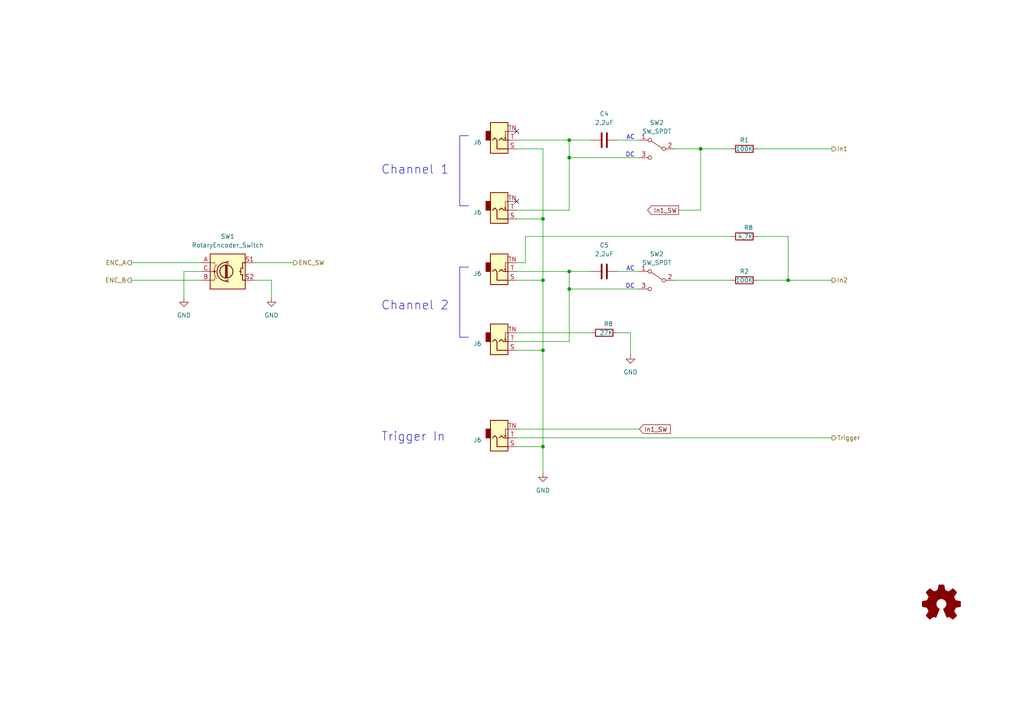
<source format=kicad_sch>
(kicad_sch (version 20230121) (generator eeschema)

  (uuid fbe4afc5-6c7e-49ce-9573-829493b2469a)

  (paper "A4")

  (title_block
    (title "LesScope")
    (date "2025-03-20")
    (rev "1.1")
    (company "ImoogDi")
    (comment 1 "CC BY-NC-SA")
  )

  (lib_symbols
    (symbol "Device:C" (pin_numbers hide) (pin_names (offset 0.254)) (in_bom yes) (on_board yes)
      (property "Reference" "C" (at 0.635 2.54 0)
        (effects (font (size 1.27 1.27)) (justify left))
      )
      (property "Value" "C" (at 0.635 -2.54 0)
        (effects (font (size 1.27 1.27)) (justify left))
      )
      (property "Footprint" "" (at 0.9652 -3.81 0)
        (effects (font (size 1.27 1.27)) hide)
      )
      (property "Datasheet" "~" (at 0 0 0)
        (effects (font (size 1.27 1.27)) hide)
      )
      (property "ki_keywords" "cap capacitor" (at 0 0 0)
        (effects (font (size 1.27 1.27)) hide)
      )
      (property "ki_description" "Unpolarized capacitor" (at 0 0 0)
        (effects (font (size 1.27 1.27)) hide)
      )
      (property "ki_fp_filters" "C_*" (at 0 0 0)
        (effects (font (size 1.27 1.27)) hide)
      )
      (symbol "C_0_1"
        (polyline
          (pts
            (xy -2.032 -0.762)
            (xy 2.032 -0.762)
          )
          (stroke (width 0.508) (type default))
          (fill (type none))
        )
        (polyline
          (pts
            (xy -2.032 0.762)
            (xy 2.032 0.762)
          )
          (stroke (width 0.508) (type default))
          (fill (type none))
        )
      )
      (symbol "C_1_1"
        (pin passive line (at 0 3.81 270) (length 2.794)
          (name "~" (effects (font (size 1.27 1.27))))
          (number "1" (effects (font (size 1.27 1.27))))
        )
        (pin passive line (at 0 -3.81 90) (length 2.794)
          (name "~" (effects (font (size 1.27 1.27))))
          (number "2" (effects (font (size 1.27 1.27))))
        )
      )
    )
    (symbol "Device:R" (pin_numbers hide) (pin_names (offset 0)) (in_bom yes) (on_board yes)
      (property "Reference" "R" (at 2.032 0 90)
        (effects (font (size 1.27 1.27)))
      )
      (property "Value" "R" (at 0 0 90)
        (effects (font (size 1.27 1.27)))
      )
      (property "Footprint" "" (at -1.778 0 90)
        (effects (font (size 1.27 1.27)) hide)
      )
      (property "Datasheet" "~" (at 0 0 0)
        (effects (font (size 1.27 1.27)) hide)
      )
      (property "ki_keywords" "R res resistor" (at 0 0 0)
        (effects (font (size 1.27 1.27)) hide)
      )
      (property "ki_description" "Resistor" (at 0 0 0)
        (effects (font (size 1.27 1.27)) hide)
      )
      (property "ki_fp_filters" "R_*" (at 0 0 0)
        (effects (font (size 1.27 1.27)) hide)
      )
      (symbol "R_0_1"
        (rectangle (start -1.016 -2.54) (end 1.016 2.54)
          (stroke (width 0.254) (type default))
          (fill (type none))
        )
      )
      (symbol "R_1_1"
        (pin passive line (at 0 3.81 270) (length 1.27)
          (name "~" (effects (font (size 1.27 1.27))))
          (number "1" (effects (font (size 1.27 1.27))))
        )
        (pin passive line (at 0 -3.81 90) (length 1.27)
          (name "~" (effects (font (size 1.27 1.27))))
          (number "2" (effects (font (size 1.27 1.27))))
        )
      )
    )
    (symbol "Device:RotaryEncoder_Switch" (pin_names (offset 0.254) hide) (in_bom yes) (on_board yes)
      (property "Reference" "SW" (at 0 6.604 0)
        (effects (font (size 1.27 1.27)))
      )
      (property "Value" "RotaryEncoder_Switch" (at 0 -6.604 0)
        (effects (font (size 1.27 1.27)))
      )
      (property "Footprint" "" (at -3.81 4.064 0)
        (effects (font (size 1.27 1.27)) hide)
      )
      (property "Datasheet" "~" (at 0 6.604 0)
        (effects (font (size 1.27 1.27)) hide)
      )
      (property "ki_keywords" "rotary switch encoder switch push button" (at 0 0 0)
        (effects (font (size 1.27 1.27)) hide)
      )
      (property "ki_description" "Rotary encoder, dual channel, incremental quadrate outputs, with switch" (at 0 0 0)
        (effects (font (size 1.27 1.27)) hide)
      )
      (property "ki_fp_filters" "RotaryEncoder*Switch*" (at 0 0 0)
        (effects (font (size 1.27 1.27)) hide)
      )
      (symbol "RotaryEncoder_Switch_0_1"
        (rectangle (start -5.08 5.08) (end 5.08 -5.08)
          (stroke (width 0.254) (type default))
          (fill (type background))
        )
        (circle (center -3.81 0) (radius 0.254)
          (stroke (width 0) (type default))
          (fill (type outline))
        )
        (circle (center -0.381 0) (radius 1.905)
          (stroke (width 0.254) (type default))
          (fill (type none))
        )
        (arc (start -0.381 2.667) (mid -3.0988 -0.0635) (end -0.381 -2.794)
          (stroke (width 0.254) (type default))
          (fill (type none))
        )
        (polyline
          (pts
            (xy -0.635 -1.778)
            (xy -0.635 1.778)
          )
          (stroke (width 0.254) (type default))
          (fill (type none))
        )
        (polyline
          (pts
            (xy -0.381 -1.778)
            (xy -0.381 1.778)
          )
          (stroke (width 0.254) (type default))
          (fill (type none))
        )
        (polyline
          (pts
            (xy -0.127 1.778)
            (xy -0.127 -1.778)
          )
          (stroke (width 0.254) (type default))
          (fill (type none))
        )
        (polyline
          (pts
            (xy 3.81 0)
            (xy 3.429 0)
          )
          (stroke (width 0.254) (type default))
          (fill (type none))
        )
        (polyline
          (pts
            (xy 3.81 1.016)
            (xy 3.81 -1.016)
          )
          (stroke (width 0.254) (type default))
          (fill (type none))
        )
        (polyline
          (pts
            (xy -5.08 -2.54)
            (xy -3.81 -2.54)
            (xy -3.81 -2.032)
          )
          (stroke (width 0) (type default))
          (fill (type none))
        )
        (polyline
          (pts
            (xy -5.08 2.54)
            (xy -3.81 2.54)
            (xy -3.81 2.032)
          )
          (stroke (width 0) (type default))
          (fill (type none))
        )
        (polyline
          (pts
            (xy 0.254 -3.048)
            (xy -0.508 -2.794)
            (xy 0.127 -2.413)
          )
          (stroke (width 0.254) (type default))
          (fill (type none))
        )
        (polyline
          (pts
            (xy 0.254 2.921)
            (xy -0.508 2.667)
            (xy 0.127 2.286)
          )
          (stroke (width 0.254) (type default))
          (fill (type none))
        )
        (polyline
          (pts
            (xy 5.08 -2.54)
            (xy 4.318 -2.54)
            (xy 4.318 -1.016)
          )
          (stroke (width 0.254) (type default))
          (fill (type none))
        )
        (polyline
          (pts
            (xy 5.08 2.54)
            (xy 4.318 2.54)
            (xy 4.318 1.016)
          )
          (stroke (width 0.254) (type default))
          (fill (type none))
        )
        (polyline
          (pts
            (xy -5.08 0)
            (xy -3.81 0)
            (xy -3.81 -1.016)
            (xy -3.302 -2.032)
          )
          (stroke (width 0) (type default))
          (fill (type none))
        )
        (polyline
          (pts
            (xy -4.318 0)
            (xy -3.81 0)
            (xy -3.81 1.016)
            (xy -3.302 2.032)
          )
          (stroke (width 0) (type default))
          (fill (type none))
        )
        (circle (center 4.318 -1.016) (radius 0.127)
          (stroke (width 0.254) (type default))
          (fill (type none))
        )
        (circle (center 4.318 1.016) (radius 0.127)
          (stroke (width 0.254) (type default))
          (fill (type none))
        )
      )
      (symbol "RotaryEncoder_Switch_1_1"
        (pin passive line (at -7.62 2.54 0) (length 2.54)
          (name "A" (effects (font (size 1.27 1.27))))
          (number "A" (effects (font (size 1.27 1.27))))
        )
        (pin passive line (at -7.62 -2.54 0) (length 2.54)
          (name "B" (effects (font (size 1.27 1.27))))
          (number "B" (effects (font (size 1.27 1.27))))
        )
        (pin passive line (at -7.62 0 0) (length 2.54)
          (name "C" (effects (font (size 1.27 1.27))))
          (number "C" (effects (font (size 1.27 1.27))))
        )
        (pin passive line (at 7.62 2.54 180) (length 2.54)
          (name "S1" (effects (font (size 1.27 1.27))))
          (number "S1" (effects (font (size 1.27 1.27))))
        )
        (pin passive line (at 7.62 -2.54 180) (length 2.54)
          (name "S2" (effects (font (size 1.27 1.27))))
          (number "S2" (effects (font (size 1.27 1.27))))
        )
      )
    )
    (symbol "Graphic:Logo_Open_Hardware_Small" (in_bom no) (on_board no)
      (property "Reference" "#SYM" (at 0 6.985 0)
        (effects (font (size 1.27 1.27)) hide)
      )
      (property "Value" "Logo_Open_Hardware_Small" (at 0 -5.715 0)
        (effects (font (size 1.27 1.27)) hide)
      )
      (property "Footprint" "" (at 0 0 0)
        (effects (font (size 1.27 1.27)) hide)
      )
      (property "Datasheet" "~" (at 0 0 0)
        (effects (font (size 1.27 1.27)) hide)
      )
      (property "Sim.Enable" "0" (at 0 0 0)
        (effects (font (size 1.27 1.27)) hide)
      )
      (property "ki_keywords" "Logo" (at 0 0 0)
        (effects (font (size 1.27 1.27)) hide)
      )
      (property "ki_description" "Open Hardware logo, small" (at 0 0 0)
        (effects (font (size 1.27 1.27)) hide)
      )
      (symbol "Logo_Open_Hardware_Small_0_1"
        (polyline
          (pts
            (xy 3.3528 -4.3434)
            (xy 3.302 -4.318)
            (xy 3.175 -4.2418)
            (xy 2.9972 -4.1148)
            (xy 2.7686 -3.9624)
            (xy 2.54 -3.81)
            (xy 2.3622 -3.7084)
            (xy 2.2352 -3.6068)
            (xy 2.1844 -3.5814)
            (xy 2.159 -3.6068)
            (xy 2.0574 -3.6576)
            (xy 1.905 -3.7338)
            (xy 1.8034 -3.7846)
            (xy 1.6764 -3.8354)
            (xy 1.6002 -3.8354)
            (xy 1.6002 -3.8354)
            (xy 1.5494 -3.7338)
            (xy 1.4732 -3.5306)
            (xy 1.3462 -3.302)
            (xy 1.2446 -3.0226)
            (xy 1.1176 -2.7178)
            (xy 0.9652 -2.413)
            (xy 0.8636 -2.1082)
            (xy 0.7366 -1.8288)
            (xy 0.6604 -1.6256)
            (xy 0.6096 -1.4732)
            (xy 0.5842 -1.397)
            (xy 0.5842 -1.397)
            (xy 0.6604 -1.3208)
            (xy 0.7874 -1.2446)
            (xy 1.0414 -1.016)
            (xy 1.2954 -0.6858)
            (xy 1.4478 -0.3302)
            (xy 1.524 0.0762)
            (xy 1.4732 0.4572)
            (xy 1.3208 0.8128)
            (xy 1.0668 1.143)
            (xy 0.762 1.3716)
            (xy 0.4064 1.524)
            (xy 0 1.5748)
            (xy -0.381 1.5494)
            (xy -0.7366 1.397)
            (xy -1.0668 1.143)
            (xy -1.2192 0.9906)
            (xy -1.397 0.6604)
            (xy -1.524 0.3048)
            (xy -1.524 0.2286)
            (xy -1.4986 -0.1778)
            (xy -1.397 -0.5334)
            (xy -1.1938 -0.8636)
            (xy -0.9144 -1.143)
            (xy -0.8636 -1.1684)
            (xy -0.7366 -1.27)
            (xy -0.635 -1.3462)
            (xy -0.5842 -1.397)
            (xy -1.0668 -2.5908)
            (xy -1.143 -2.794)
            (xy -1.2954 -3.1242)
            (xy -1.397 -3.4036)
            (xy -1.4986 -3.6322)
            (xy -1.5748 -3.7846)
            (xy -1.6002 -3.8354)
            (xy -1.6002 -3.8354)
            (xy -1.651 -3.8354)
            (xy -1.7272 -3.81)
            (xy -1.905 -3.7338)
            (xy -2.0066 -3.683)
            (xy -2.1336 -3.6068)
            (xy -2.2098 -3.5814)
            (xy -2.2606 -3.6068)
            (xy -2.3622 -3.683)
            (xy -2.54 -3.81)
            (xy -2.7686 -3.9624)
            (xy -2.9718 -4.0894)
            (xy -3.1496 -4.2164)
            (xy -3.302 -4.318)
            (xy -3.3528 -4.3434)
            (xy -3.3782 -4.3434)
            (xy -3.429 -4.318)
            (xy -3.5306 -4.2164)
            (xy -3.7084 -4.064)
            (xy -3.937 -3.8354)
            (xy -3.9624 -3.81)
            (xy -4.1656 -3.6068)
            (xy -4.318 -3.4544)
            (xy -4.4196 -3.3274)
            (xy -4.445 -3.2766)
            (xy -4.445 -3.2766)
            (xy -4.4196 -3.2258)
            (xy -4.318 -3.0734)
            (xy -4.2164 -2.8956)
            (xy -4.064 -2.667)
            (xy -3.6576 -2.0828)
            (xy -3.8862 -1.5494)
            (xy -3.937 -1.3716)
            (xy -4.0386 -1.1684)
            (xy -4.0894 -1.0414)
            (xy -4.1148 -0.9652)
            (xy -4.191 -0.9398)
            (xy -4.318 -0.9144)
            (xy -4.5466 -0.8636)
            (xy -4.8006 -0.8128)
            (xy -5.0546 -0.7874)
            (xy -5.2578 -0.7366)
            (xy -5.4356 -0.7112)
            (xy -5.5118 -0.6858)
            (xy -5.5118 -0.6858)
            (xy -5.5372 -0.635)
            (xy -5.5372 -0.5588)
            (xy -5.5372 -0.4318)
            (xy -5.5626 -0.2286)
            (xy -5.5626 0.0762)
            (xy -5.5626 0.127)
            (xy -5.5372 0.4064)
            (xy -5.5372 0.635)
            (xy -5.5372 0.762)
            (xy -5.5372 0.8382)
            (xy -5.5372 0.8382)
            (xy -5.461 0.8382)
            (xy -5.3086 0.889)
            (xy -5.08 0.9144)
            (xy -4.826 0.9652)
            (xy -4.8006 0.9906)
            (xy -4.5466 1.0414)
            (xy -4.318 1.0668)
            (xy -4.1656 1.1176)
            (xy -4.0894 1.143)
            (xy -4.0894 1.143)
            (xy -4.0386 1.2446)
            (xy -3.9624 1.4224)
            (xy -3.8608 1.6256)
            (xy -3.7846 1.8288)
            (xy -3.7084 2.0066)
            (xy -3.6576 2.159)
            (xy -3.6322 2.2098)
            (xy -3.6322 2.2098)
            (xy -3.683 2.286)
            (xy -3.7592 2.413)
            (xy -3.8862 2.5908)
            (xy -4.064 2.8194)
            (xy -4.064 2.8448)
            (xy -4.2164 3.0734)
            (xy -4.3434 3.2512)
            (xy -4.4196 3.3782)
            (xy -4.445 3.4544)
            (xy -4.445 3.4544)
            (xy -4.3942 3.5052)
            (xy -4.2926 3.6322)
            (xy -4.1148 3.81)
            (xy -3.937 4.0132)
            (xy -3.8608 4.064)
            (xy -3.6576 4.2926)
            (xy -3.5052 4.4196)
            (xy -3.4036 4.4958)
            (xy -3.3528 4.5212)
            (xy -3.3528 4.5212)
            (xy -3.302 4.4704)
            (xy -3.1496 4.3688)
            (xy -2.9718 4.2418)
            (xy -2.7432 4.0894)
            (xy -2.7178 4.0894)
            (xy -2.4892 3.937)
            (xy -2.3114 3.81)
            (xy -2.1844 3.7084)
            (xy -2.1336 3.683)
            (xy -2.1082 3.683)
            (xy -2.032 3.7084)
            (xy -1.8542 3.7592)
            (xy -1.6764 3.8354)
            (xy -1.4732 3.937)
            (xy -1.27 4.0132)
            (xy -1.143 4.064)
            (xy -1.0668 4.1148)
            (xy -1.0668 4.1148)
            (xy -1.0414 4.191)
            (xy -1.016 4.3434)
            (xy -0.9652 4.572)
            (xy -0.9144 4.8514)
            (xy -0.889 4.9022)
            (xy -0.8382 5.1562)
            (xy -0.8128 5.3848)
            (xy -0.7874 5.5372)
            (xy -0.762 5.588)
            (xy -0.7112 5.6134)
            (xy -0.5842 5.6134)
            (xy -0.4064 5.6134)
            (xy -0.1524 5.6134)
            (xy 0.0762 5.6134)
            (xy 0.3302 5.6134)
            (xy 0.5334 5.6134)
            (xy 0.6858 5.588)
            (xy 0.7366 5.588)
            (xy 0.7366 5.588)
            (xy 0.762 5.5118)
            (xy 0.8128 5.334)
            (xy 0.8382 5.1054)
            (xy 0.9144 4.826)
            (xy 0.9144 4.7752)
            (xy 0.9652 4.5212)
            (xy 1.016 4.2926)
            (xy 1.0414 4.1402)
            (xy 1.0668 4.0894)
            (xy 1.0668 4.0894)
            (xy 1.1938 4.0386)
            (xy 1.3716 3.9624)
            (xy 1.5748 3.8608)
            (xy 2.0828 3.6576)
            (xy 2.7178 4.0894)
            (xy 2.7686 4.1402)
            (xy 2.9972 4.2926)
            (xy 3.175 4.4196)
            (xy 3.302 4.4958)
            (xy 3.3782 4.5212)
            (xy 3.3782 4.5212)
            (xy 3.429 4.4704)
            (xy 3.556 4.3434)
            (xy 3.7338 4.191)
            (xy 3.9116 3.9878)
            (xy 4.064 3.8354)
            (xy 4.2418 3.6576)
            (xy 4.3434 3.556)
            (xy 4.4196 3.4798)
            (xy 4.4196 3.429)
            (xy 4.4196 3.4036)
            (xy 4.3942 3.3274)
            (xy 4.2926 3.2004)
            (xy 4.1656 2.9972)
            (xy 4.0132 2.794)
            (xy 3.8862 2.5908)
            (xy 3.7592 2.3876)
            (xy 3.6576 2.2352)
            (xy 3.6322 2.159)
            (xy 3.6322 2.1336)
            (xy 3.683 2.0066)
            (xy 3.7592 1.8288)
            (xy 3.8608 1.6002)
            (xy 4.064 1.1176)
            (xy 4.3942 1.0414)
            (xy 4.5974 1.016)
            (xy 4.8768 0.9652)
            (xy 5.1308 0.9144)
            (xy 5.5372 0.8382)
            (xy 5.5626 -0.6604)
            (xy 5.4864 -0.6858)
            (xy 5.4356 -0.6858)
            (xy 5.2832 -0.7366)
            (xy 5.0546 -0.762)
            (xy 4.8006 -0.8128)
            (xy 4.5974 -0.8636)
            (xy 4.3688 -0.9144)
            (xy 4.2164 -0.9398)
            (xy 4.1402 -0.9398)
            (xy 4.1148 -0.9652)
            (xy 4.064 -1.0668)
            (xy 3.9878 -1.2446)
            (xy 3.9116 -1.4478)
            (xy 3.81 -1.651)
            (xy 3.7338 -1.8542)
            (xy 3.683 -2.0066)
            (xy 3.6576 -2.0828)
            (xy 3.683 -2.1336)
            (xy 3.7846 -2.2606)
            (xy 3.8862 -2.4638)
            (xy 4.0386 -2.667)
            (xy 4.191 -2.8956)
            (xy 4.318 -3.0734)
            (xy 4.3942 -3.2004)
            (xy 4.445 -3.2766)
            (xy 4.4196 -3.3274)
            (xy 4.3434 -3.429)
            (xy 4.1656 -3.5814)
            (xy 3.937 -3.8354)
            (xy 3.8862 -3.8608)
            (xy 3.683 -4.064)
            (xy 3.5306 -4.2164)
            (xy 3.4036 -4.318)
            (xy 3.3528 -4.3434)
          )
          (stroke (width 0) (type default))
          (fill (type outline))
        )
      )
    )
    (symbol "Library:AudioJack2_SwitchT" (in_bom yes) (on_board yes)
      (property "Reference" "J" (at 0 8.89 0)
        (effects (font (size 1.27 1.27)))
      )
      (property "Value" "AudioJack2_SwitchT" (at 0 6.35 0)
        (effects (font (size 1.27 1.27)))
      )
      (property "Footprint" "" (at 0 0 0)
        (effects (font (size 1.27 1.27)) hide)
      )
      (property "Datasheet" "~" (at 0 0 0)
        (effects (font (size 1.27 1.27)) hide)
      )
      (property "ki_keywords" "audio jack receptacle mono headphones phone TS connector" (at 0 0 0)
        (effects (font (size 1.27 1.27)) hide)
      )
      (property "ki_description" "Audio Jack, 2 Poles (Mono / TS), Switched T Pole (Normalling)" (at 0 0 0)
        (effects (font (size 1.27 1.27)) hide)
      )
      (property "ki_fp_filters" "Jack*" (at 0 0 0)
        (effects (font (size 1.27 1.27)) hide)
      )
      (symbol "AudioJack2_SwitchT_0_1"
        (rectangle (start -2.54 0) (end -3.81 -2.54)
          (stroke (width 0.254) (type default))
          (fill (type outline))
        )
        (polyline
          (pts
            (xy 1.778 -0.254)
            (xy 2.032 -0.762)
          )
          (stroke (width 0) (type default))
          (fill (type none))
        )
        (polyline
          (pts
            (xy 0 0)
            (xy 0.635 -0.635)
            (xy 1.27 0)
            (xy 2.54 0)
          )
          (stroke (width 0.254) (type default))
          (fill (type none))
        )
        (polyline
          (pts
            (xy 2.54 -2.54)
            (xy 1.778 -2.54)
            (xy 1.778 -0.254)
            (xy 1.524 -0.762)
          )
          (stroke (width 0) (type default))
          (fill (type none))
        )
        (polyline
          (pts
            (xy 2.54 2.54)
            (xy -0.635 2.54)
            (xy -0.635 0)
            (xy -1.27 -0.635)
            (xy -1.905 0)
          )
          (stroke (width 0.254) (type default))
          (fill (type none))
        )
        (rectangle (start 2.54 3.81) (end -2.54 -5.08)
          (stroke (width 0.254) (type default))
          (fill (type background))
        )
      )
      (symbol "AudioJack2_SwitchT_1_1"
        (pin passive line (at 5.08 2.54 180) (length 2.54)
          (name "~" (effects (font (size 1.27 1.27))))
          (number "S" (effects (font (size 1.27 1.27))))
        )
        (pin passive line (at 5.08 0 180) (length 2.54)
          (name "~" (effects (font (size 1.27 1.27))))
          (number "T" (effects (font (size 1.27 1.27))))
        )
        (pin passive line (at 5.08 -2.54 180) (length 2.54)
          (name "~" (effects (font (size 1.27 1.27))))
          (number "TN" (effects (font (size 1.27 1.27))))
        )
      )
    )
    (symbol "Library:SW_SPDT" (pin_names (offset 0) hide) (in_bom yes) (on_board yes)
      (property "Reference" "SW" (at 0 4.318 0)
        (effects (font (size 1.27 1.27)))
      )
      (property "Value" "SW_SPDT" (at 0 -5.08 0)
        (effects (font (size 1.27 1.27)))
      )
      (property "Footprint" "" (at 0 0 0)
        (effects (font (size 1.27 1.27)) hide)
      )
      (property "Datasheet" "~" (at 0 0 0)
        (effects (font (size 1.27 1.27)) hide)
      )
      (property "ki_keywords" "switch single-pole double-throw spdt ON-ON" (at 0 0 0)
        (effects (font (size 1.27 1.27)) hide)
      )
      (property "ki_description" "Switch, single pole double throw" (at 0 0 0)
        (effects (font (size 1.27 1.27)) hide)
      )
      (symbol "SW_SPDT_0_0"
        (circle (center -2.032 0) (radius 0.508)
          (stroke (width 0) (type default))
          (fill (type none))
        )
        (circle (center 2.032 -2.54) (radius 0.508)
          (stroke (width 0) (type default))
          (fill (type none))
        )
      )
      (symbol "SW_SPDT_0_1"
        (polyline
          (pts
            (xy -1.524 0.254)
            (xy 1.651 2.286)
          )
          (stroke (width 0) (type default))
          (fill (type none))
        )
        (circle (center 2.032 2.54) (radius 0.508)
          (stroke (width 0) (type default))
          (fill (type none))
        )
      )
      (symbol "SW_SPDT_1_1"
        (pin passive line (at 5.08 2.54 180) (length 2.54)
          (name "A" (effects (font (size 1.27 1.27))))
          (number "1" (effects (font (size 1.27 1.27))))
        )
        (pin passive line (at -5.08 0 0) (length 2.54)
          (name "B" (effects (font (size 1.27 1.27))))
          (number "2" (effects (font (size 1.27 1.27))))
        )
        (pin passive line (at 5.08 -2.54 180) (length 2.54)
          (name "C" (effects (font (size 1.27 1.27))))
          (number "3" (effects (font (size 1.27 1.27))))
        )
      )
    )
    (symbol "power:GND" (power) (pin_names (offset 0)) (in_bom yes) (on_board yes)
      (property "Reference" "#PWR" (at 0 -6.35 0)
        (effects (font (size 1.27 1.27)) hide)
      )
      (property "Value" "GND" (at 0 -3.81 0)
        (effects (font (size 1.27 1.27)))
      )
      (property "Footprint" "" (at 0 0 0)
        (effects (font (size 1.27 1.27)) hide)
      )
      (property "Datasheet" "" (at 0 0 0)
        (effects (font (size 1.27 1.27)) hide)
      )
      (property "ki_keywords" "global power" (at 0 0 0)
        (effects (font (size 1.27 1.27)) hide)
      )
      (property "ki_description" "Power symbol creates a global label with name \"GND\" , ground" (at 0 0 0)
        (effects (font (size 1.27 1.27)) hide)
      )
      (symbol "GND_0_1"
        (polyline
          (pts
            (xy 0 0)
            (xy 0 -1.27)
            (xy 1.27 -1.27)
            (xy 0 -2.54)
            (xy -1.27 -1.27)
            (xy 0 -1.27)
          )
          (stroke (width 0) (type default))
          (fill (type none))
        )
      )
      (symbol "GND_1_1"
        (pin power_in line (at 0 0 270) (length 0) hide
          (name "GND" (effects (font (size 1.27 1.27))))
          (number "1" (effects (font (size 1.27 1.27))))
        )
      )
    )
  )

  (junction (at 157.48 101.6) (diameter 0) (color 0 0 0 0)
    (uuid 083a684f-52f2-4252-b824-d601bd0dd6f5)
  )
  (junction (at 157.48 81.28) (diameter 0) (color 0 0 0 0)
    (uuid 1529a7e2-fe64-4738-91f3-cde204fec506)
  )
  (junction (at 157.48 129.54) (diameter 0) (color 0 0 0 0)
    (uuid 196e2595-c8ee-4332-9331-72654930da1f)
  )
  (junction (at 165.1 40.64) (diameter 0) (color 0 0 0 0)
    (uuid 20c452bd-45bc-47b7-99c0-6907f6dc8f62)
  )
  (junction (at 157.48 63.5) (diameter 0) (color 0 0 0 0)
    (uuid 80a9b128-1fdf-405d-9881-93ab68efcc37)
  )
  (junction (at 165.1 78.74) (diameter 0) (color 0 0 0 0)
    (uuid 841dd03c-d80f-4e63-9dda-44102c76604b)
  )
  (junction (at 203.2 43.18) (diameter 0) (color 0 0 0 0)
    (uuid c453ffea-fb07-4a9e-b449-13ffb64680d9)
  )
  (junction (at 228.6 81.28) (diameter 0) (color 0 0 0 0)
    (uuid ec9956c6-2381-4a56-818c-5878b2943316)
  )
  (junction (at 165.1 45.72) (diameter 0) (color 0 0 0 0)
    (uuid f439f1aa-e53c-4410-a7c6-b453e99538d4)
  )
  (junction (at 165.1 83.82) (diameter 0) (color 0 0 0 0)
    (uuid fb92dd28-6f5e-4868-9b3d-c154a00a52bd)
  )

  (no_connect (at 149.86 58.42) (uuid 9ee74a4e-d072-44b6-87cf-cf6dc79b618d))
  (no_connect (at 149.86 38.1) (uuid f3ac42b1-1df5-4222-a763-04aecda5fd8e))

  (wire (pts (xy 157.48 43.18) (xy 157.48 63.5))
    (stroke (width 0) (type default))
    (uuid 00e03891-0f5f-42f3-9545-2e9e41ca8393)
  )
  (wire (pts (xy 149.86 63.5) (xy 157.48 63.5))
    (stroke (width 0) (type default))
    (uuid 01a2115c-a973-4510-9f9d-53f1c579a49e)
  )
  (wire (pts (xy 219.71 68.58) (xy 228.6 68.58))
    (stroke (width 0) (type default))
    (uuid 098bd870-aedc-414a-b700-fdf312417f2a)
  )
  (wire (pts (xy 165.1 40.64) (xy 165.1 45.72))
    (stroke (width 0) (type default))
    (uuid 0b5bde8e-d811-487b-9f89-1b50479f0569)
  )
  (wire (pts (xy 203.2 43.18) (xy 203.2 60.96))
    (stroke (width 0) (type default))
    (uuid 0c26aea0-d17e-4ca6-a925-4a7a76026fcb)
  )
  (wire (pts (xy 149.86 99.06) (xy 165.1 99.06))
    (stroke (width 0) (type default))
    (uuid 0dc004bd-c277-40fc-981c-a449d1a27d6c)
  )
  (wire (pts (xy 157.48 81.28) (xy 157.48 101.6))
    (stroke (width 0) (type default))
    (uuid 1575081d-b0e2-4346-ab8d-25195ee46f6e)
  )
  (wire (pts (xy 165.1 83.82) (xy 185.42 83.82))
    (stroke (width 0) (type default))
    (uuid 1acf5bf0-3783-4fa4-9770-ddb5bf3a4254)
  )
  (wire (pts (xy 196.85 60.96) (xy 203.2 60.96))
    (stroke (width 0) (type default))
    (uuid 2dcb3cef-cfcf-4000-bf7a-6767f47fd56b)
  )
  (wire (pts (xy 53.34 78.74) (xy 58.42 78.74))
    (stroke (width 0) (type default))
    (uuid 30c203c7-1da8-4d00-a66e-7f6e2ca849ab)
  )
  (wire (pts (xy 149.86 40.64) (xy 165.1 40.64))
    (stroke (width 0) (type default))
    (uuid 31c24939-75ae-42ae-9f8b-bf20eaf766aa)
  )
  (wire (pts (xy 149.86 127) (xy 241.3 127))
    (stroke (width 0) (type default))
    (uuid 32e19297-7a9e-4af4-91a1-fc2069b77888)
  )
  (wire (pts (xy 179.07 96.52) (xy 182.88 96.52))
    (stroke (width 0) (type default))
    (uuid 40134e11-ab84-438a-81c8-86619c916f78)
  )
  (wire (pts (xy 165.1 45.72) (xy 185.42 45.72))
    (stroke (width 0) (type default))
    (uuid 419154d8-4312-4dcc-8901-299987ca69ca)
  )
  (polyline (pts (xy 133.35 59.69) (xy 135.89 59.69))
    (stroke (width 0) (type default))
    (uuid 4adf63bb-6081-4428-b28c-81e7affda001)
  )

  (wire (pts (xy 73.66 76.2) (xy 85.09 76.2))
    (stroke (width 0) (type default))
    (uuid 4bfe8374-807a-45de-8053-df8b395e52d2)
  )
  (wire (pts (xy 203.2 43.18) (xy 212.09 43.18))
    (stroke (width 0) (type default))
    (uuid 5165efca-d989-4ab9-be37-9a0c7d26f168)
  )
  (wire (pts (xy 157.48 129.54) (xy 157.48 137.16))
    (stroke (width 0) (type default))
    (uuid 567b52c8-54f8-4b34-94ab-aec03307354b)
  )
  (wire (pts (xy 149.86 60.96) (xy 165.1 60.96))
    (stroke (width 0) (type default))
    (uuid 58a5e0ee-f740-422d-9dcf-5df6d9262bf8)
  )
  (wire (pts (xy 152.4 76.2) (xy 152.4 68.58))
    (stroke (width 0) (type default))
    (uuid 622fd656-f46d-4f9e-a63f-c6f6b16a6187)
  )
  (wire (pts (xy 182.88 96.52) (xy 182.88 102.87))
    (stroke (width 0) (type default))
    (uuid 639b58d2-48e9-408f-8360-ae52de45fe65)
  )
  (wire (pts (xy 73.66 81.28) (xy 78.74 81.28))
    (stroke (width 0) (type default))
    (uuid 68e9d982-fbcb-4242-8cc7-435cd31feeee)
  )
  (wire (pts (xy 149.86 43.18) (xy 157.48 43.18))
    (stroke (width 0) (type default))
    (uuid 6dfea6a9-769f-4174-ab4f-b3fcb587a1d0)
  )
  (wire (pts (xy 38.1 81.28) (xy 58.42 81.28))
    (stroke (width 0) (type default))
    (uuid 70692b1c-0fa5-4d3f-8fe6-80d0b33723d7)
  )
  (wire (pts (xy 228.6 68.58) (xy 228.6 81.28))
    (stroke (width 0) (type default))
    (uuid 74a0f069-eaf5-43c9-a5e7-73b582cbadf6)
  )
  (polyline (pts (xy 133.35 77.47) (xy 133.35 97.79))
    (stroke (width 0) (type default))
    (uuid 77eeea3e-0420-4767-ab21-e9bc7fd26663)
  )
  (polyline (pts (xy 135.89 39.37) (xy 133.35 39.37))
    (stroke (width 0) (type default))
    (uuid 7f2d6cab-5b02-4bb8-9e67-6915e1c583e8)
  )

  (wire (pts (xy 195.58 81.28) (xy 212.09 81.28))
    (stroke (width 0) (type default))
    (uuid 817d1ed8-3ef4-443c-a045-b05b2f93b428)
  )
  (wire (pts (xy 195.58 43.18) (xy 203.2 43.18))
    (stroke (width 0) (type default))
    (uuid 82114f7d-db1f-4997-ab50-aec0ae40f4e7)
  )
  (wire (pts (xy 53.34 86.36) (xy 53.34 78.74))
    (stroke (width 0) (type default))
    (uuid 863790b9-d4c3-4d71-850c-259d194fbb57)
  )
  (wire (pts (xy 179.07 40.64) (xy 185.42 40.64))
    (stroke (width 0) (type default))
    (uuid 8c3dcaa0-a6ba-4804-9efc-502ed6023778)
  )
  (wire (pts (xy 149.86 81.28) (xy 157.48 81.28))
    (stroke (width 0) (type default))
    (uuid 8f5c5531-7333-42ed-bf56-86d4348185dd)
  )
  (wire (pts (xy 179.07 78.74) (xy 185.42 78.74))
    (stroke (width 0) (type default))
    (uuid 980abcad-bcd5-45d1-9e39-9fb0bbc52c06)
  )
  (wire (pts (xy 149.86 78.74) (xy 165.1 78.74))
    (stroke (width 0) (type default))
    (uuid 9b927031-ccaf-41bd-8e11-580515edc9e2)
  )
  (wire (pts (xy 152.4 68.58) (xy 212.09 68.58))
    (stroke (width 0) (type default))
    (uuid a7224f97-c54f-44a7-a416-10a95ac56f41)
  )
  (wire (pts (xy 149.86 129.54) (xy 157.48 129.54))
    (stroke (width 0) (type default))
    (uuid ac8d32d2-232c-4a7c-b033-08ccec066e78)
  )
  (wire (pts (xy 219.71 81.28) (xy 228.6 81.28))
    (stroke (width 0) (type default))
    (uuid b1f4104a-7eda-4744-ba66-bbcab1168226)
  )
  (wire (pts (xy 149.86 76.2) (xy 152.4 76.2))
    (stroke (width 0) (type default))
    (uuid bfb78a1b-7c90-40cb-9ed8-e60d91f53b7f)
  )
  (wire (pts (xy 165.1 45.72) (xy 165.1 60.96))
    (stroke (width 0) (type default))
    (uuid c3100b41-190a-4e48-ba91-b5c378fc6528)
  )
  (wire (pts (xy 165.1 78.74) (xy 171.45 78.74))
    (stroke (width 0) (type default))
    (uuid cf61dfbc-bb0f-4eb9-8b6a-dbfe79cb0f28)
  )
  (wire (pts (xy 157.48 63.5) (xy 157.48 81.28))
    (stroke (width 0) (type default))
    (uuid d3dfbec2-78bd-41c1-8fdb-eddcd955db89)
  )
  (wire (pts (xy 165.1 40.64) (xy 171.45 40.64))
    (stroke (width 0) (type default))
    (uuid d3fffd89-9763-4ec4-83f8-24079f674643)
  )
  (wire (pts (xy 165.1 99.06) (xy 165.1 83.82))
    (stroke (width 0) (type default))
    (uuid d5836446-0591-4e2b-9d23-a877d332699f)
  )
  (wire (pts (xy 149.86 124.46) (xy 185.42 124.46))
    (stroke (width 0) (type default))
    (uuid de09a09a-0066-46ab-8eb6-eace577fd202)
  )
  (wire (pts (xy 149.86 96.52) (xy 171.45 96.52))
    (stroke (width 0) (type default))
    (uuid de756304-baea-4735-bd38-b61b409598d0)
  )
  (polyline (pts (xy 135.89 77.47) (xy 133.35 77.47))
    (stroke (width 0) (type default))
    (uuid ded555b2-5aac-4f7a-9551-c02012297b08)
  )

  (wire (pts (xy 157.48 101.6) (xy 157.48 129.54))
    (stroke (width 0) (type default))
    (uuid e1ff54a0-ca12-4a17-b970-e54826700572)
  )
  (wire (pts (xy 78.74 86.36) (xy 78.74 81.28))
    (stroke (width 0) (type default))
    (uuid e4bd2b23-4c78-406c-b2a7-591cdb845818)
  )
  (polyline (pts (xy 133.35 39.37) (xy 133.35 59.69))
    (stroke (width 0) (type default))
    (uuid eebd1e94-1582-4d81-9fac-782746f1edc4)
  )

  (wire (pts (xy 165.1 83.82) (xy 165.1 78.74))
    (stroke (width 0) (type default))
    (uuid ef518b6c-e2ec-49aa-85e6-72dca83b6e3f)
  )
  (wire (pts (xy 38.1 76.2) (xy 58.42 76.2))
    (stroke (width 0) (type default))
    (uuid f4fc4946-e146-4090-9a81-31717acbd4f6)
  )
  (wire (pts (xy 228.6 81.28) (xy 241.3 81.28))
    (stroke (width 0) (type default))
    (uuid f62c6933-5928-45d8-b6df-3c95a06bac0d)
  )
  (wire (pts (xy 149.86 101.6) (xy 157.48 101.6))
    (stroke (width 0) (type default))
    (uuid f7316660-8418-42ad-8008-2cbf1a139b6f)
  )
  (polyline (pts (xy 133.35 97.79) (xy 135.89 97.79))
    (stroke (width 0) (type default))
    (uuid f858b495-c224-49aa-a196-184631116b18)
  )

  (wire (pts (xy 219.71 43.18) (xy 241.3 43.18))
    (stroke (width 0) (type default))
    (uuid fea8965a-64ca-4515-94cd-f974031822ab)
  )

  (text "DC" (at 184.15 45.72 0)
    (effects (font (size 1.27 1.27)) (justify right bottom))
    (uuid 15280225-3e99-4d22-80f8-632bbb94dd20)
  )
  (text "Channel 2" (at 110.49 90.17 0)
    (effects (font (size 2.54 2.54)) (justify left bottom))
    (uuid 2650d080-df9d-492e-b5f6-d79b30f62a27)
  )
  (text "AC" (at 184.15 40.64 0)
    (effects (font (size 1.27 1.27)) (justify right bottom))
    (uuid 301e0308-fecc-40fc-8e11-dafadcb67dc8)
  )
  (text "AC" (at 184.15 78.74 0)
    (effects (font (size 1.27 1.27)) (justify right bottom))
    (uuid 39f5e942-abb9-4c3a-83d3-35fd5c29f124)
  )
  (text "Channel 1" (at 110.49 50.8 0)
    (effects (font (size 2.54 2.54)) (justify left bottom))
    (uuid 3ccbb536-ffc0-43d8-b0ae-137ada1b58a2)
  )
  (text "DC" (at 184.15 83.82 0)
    (effects (font (size 1.27 1.27)) (justify right bottom))
    (uuid 476aa460-856b-4063-a2de-cb7fecb3e856)
  )
  (text "Trigger In" (at 110.49 128.27 0)
    (effects (font (size 2.54 2.54)) (justify left bottom))
    (uuid acc8ec40-1368-40a9-af27-20ded82b022e)
  )

  (global_label "In1_SW" (shape output) (at 196.85 60.96 180) (fields_autoplaced)
    (effects (font (size 1.27 1.27)) (justify right))
    (uuid 8277e15e-f3f2-4bf2-82d9-1baeaf18e3e7)
    (property "Intersheetrefs" "${INTERSHEET_REFS}" (at 187.273 60.96 0)
      (effects (font (size 1.27 1.27)) (justify right) hide)
    )
  )
  (global_label "In1_SW" (shape input) (at 185.42 124.46 0) (fields_autoplaced)
    (effects (font (size 1.27 1.27)) (justify left))
    (uuid 8596c843-07dd-4cca-9642-cd3412f4dd61)
    (property "Intersheetrefs" "${INTERSHEET_REFS}" (at 194.997 124.46 0)
      (effects (font (size 1.27 1.27)) (justify left) hide)
    )
  )

  (hierarchical_label "In2" (shape output) (at 241.3 81.28 0) (fields_autoplaced)
    (effects (font (size 1.27 1.27)) (justify left))
    (uuid 04e55884-dc19-4ce5-a151-df45d2588485)
  )
  (hierarchical_label "ENC_SW" (shape output) (at 85.09 76.2 0) (fields_autoplaced)
    (effects (font (size 1.27 1.27)) (justify left))
    (uuid 6440ba35-730a-44ba-bd16-2dcd0d7bd19d)
  )
  (hierarchical_label "In1" (shape output) (at 241.3 43.18 0) (fields_autoplaced)
    (effects (font (size 1.27 1.27)) (justify left))
    (uuid 657dc8d6-7d84-46df-b040-ccd676d3b85d)
  )
  (hierarchical_label "Trigger" (shape output) (at 241.3 127 0) (fields_autoplaced)
    (effects (font (size 1.27 1.27)) (justify left))
    (uuid 860a674b-c1fa-4c3c-8070-b99a6ef596a5)
  )
  (hierarchical_label "ENC_A" (shape output) (at 38.1 76.2 180) (fields_autoplaced)
    (effects (font (size 1.27 1.27)) (justify right))
    (uuid c59d2ece-ba07-4eeb-9970-959e8f1387ad)
  )
  (hierarchical_label "ENC_B" (shape output) (at 38.1 81.28 180) (fields_autoplaced)
    (effects (font (size 1.27 1.27)) (justify right))
    (uuid e6f8a32c-a867-48c8-9445-5626d4f21da2)
  )

  (symbol (lib_id "Device:R") (at 215.9 43.18 90) (unit 1)
    (in_bom yes) (on_board yes) (dnp no)
    (uuid 19de817e-0cbe-4f58-ad07-b4a03de3b3f9)
    (property "Reference" "R1" (at 215.9 40.64 90)
      (effects (font (size 1.27 1.27)))
    )
    (property "Value" "100K" (at 215.9 43.18 90)
      (effects (font (size 1.27 1.27)))
    )
    (property "Footprint" "Resistor_THT:R_Axial_DIN0204_L3.6mm_D1.6mm_P2.54mm_Vertical" (at 215.9 44.958 90)
      (effects (font (size 1.27 1.27)) hide)
    )
    (property "Datasheet" "~" (at 215.9 43.18 0)
      (effects (font (size 1.27 1.27)) hide)
    )
    (pin "1" (uuid 448bba2d-8ef4-4263-8604-62d6df936214))
    (pin "2" (uuid a583e999-b43e-4f50-96a6-3248ab62956d))
    (instances
      (project "LesScope"
        (path "/8afbb998-7d16-4281-9dd9-09fb779c43d4/7ece734a-f1c4-44ad-8ccb-a25d3c268fc5"
          (reference "R1") (unit 1)
        )
        (path "/8afbb998-7d16-4281-9dd9-09fb779c43d4/b8db8617-cc95-40d1-bc8b-68c75cdd91fa"
          (reference "R1") (unit 1)
        )
      )
    )
  )

  (symbol (lib_id "Library:AudioJack2_SwitchT") (at 144.78 78.74 0) (mirror x) (unit 1)
    (in_bom yes) (on_board yes) (dnp no)
    (uuid 2cb48587-8bde-4318-a1dc-0c631721be7f)
    (property "Reference" "J6" (at 139.7 79.375 0)
      (effects (font (size 1.27 1.27)) (justify right))
    )
    (property "Value" "AudioJack2_SwitchT" (at 139.7 76.835 0)
      (effects (font (size 1.27 1.27)) (justify right) hide)
    )
    (property "Footprint" "Connector_Audio:Jack_3.5mm_QingPu_WQP-PJ398SM_Vertical_CircularHoles" (at 144.78 78.74 0)
      (effects (font (size 1.27 1.27)) hide)
    )
    (property "Datasheet" "~" (at 144.78 78.74 0)
      (effects (font (size 1.27 1.27)) hide)
    )
    (pin "TN" (uuid a322546b-0876-4170-9bf9-53476a025889))
    (pin "S" (uuid 2ee6dcdd-3891-4514-be8c-70341dae66f5))
    (pin "T" (uuid 817ee76e-7ca7-4382-9292-896e680c11a7))
    (instances
      (project "2MoreVO"
        (path "/7f4ad635-7798-4811-9504-264912179fa8/5cc9b6bf-e21e-46c4-8d8a-07c689ea68be"
          (reference "J6") (unit 1)
        )
      )
      (project "LesScope"
        (path "/8afbb998-7d16-4281-9dd9-09fb779c43d4/b8db8617-cc95-40d1-bc8b-68c75cdd91fa"
          (reference "J3") (unit 1)
        )
      )
      (project "CV_Testboard"
        (path "/90a447b2-b809-4d29-98ed-c6e4622f8d1b"
          (reference "J1") (unit 1)
        )
      )
    )
  )

  (symbol (lib_id "Library:SW_SPDT") (at 190.5 43.18 0) (mirror y) (unit 1)
    (in_bom yes) (on_board yes) (dnp no) (fields_autoplaced)
    (uuid 30ebc069-81e8-4724-9059-5d91de71c0dd)
    (property "Reference" "SW2" (at 190.5 35.56 0)
      (effects (font (size 1.27 1.27)))
    )
    (property "Value" "SW_SPDT" (at 190.5 38.1 0)
      (effects (font (size 1.27 1.27)))
    )
    (property "Footprint" "PCM_4ms_Switch:Switch_Toggle_SPDT_Mini_SolderLug" (at 190.5 43.18 0)
      (effects (font (size 1.27 1.27)) hide)
    )
    (property "Datasheet" "https://octopart.com/datasheet/a121k12kzq-electroswitch-54850" (at 190.5 43.18 0)
      (effects (font (size 1.27 1.27)) hide)
    )
    (property "Datasheet" "https://octopart.com/datasheet/a121k12kzq-electroswitch-54850" (at 190.5 43.18 0)
      (effects (font (size 1.27 1.27)) hide)
    )
    (pin "3" (uuid 7a973586-fe9c-4dd7-96b3-356eae15a2ca))
    (pin "1" (uuid d1d4f679-35a4-4303-940c-786537cd8cb8))
    (pin "2" (uuid e0f68c53-6328-4ee0-9d43-5c0010f01655))
    (instances
      (project "2MoreVO"
        (path "/7f4ad635-7798-4811-9504-264912179fa8/bc1f4e4f-9067-4839-b9e3-be4f455cfe4a"
          (reference "SW2") (unit 1)
        )
      )
      (project "LesScope"
        (path "/8afbb998-7d16-4281-9dd9-09fb779c43d4/b8db8617-cc95-40d1-bc8b-68c75cdd91fa"
          (reference "SW2") (unit 1)
        )
      )
      (project "2MoreVO_Motherboard_test"
        (path "/a3a69d0b-0aae-47cd-87f6-ad3f11131d3d"
          (reference "SW1") (unit 1)
        )
      )
    )
  )

  (symbol (lib_id "power:GND") (at 53.34 86.36 0) (unit 1)
    (in_bom yes) (on_board yes) (dnp no) (fields_autoplaced)
    (uuid 31000d23-1601-4233-9383-2b8e4d1d5f0d)
    (property "Reference" "#PWR01" (at 53.34 92.71 0)
      (effects (font (size 1.27 1.27)) hide)
    )
    (property "Value" "GND" (at 53.34 91.44 0)
      (effects (font (size 1.27 1.27)))
    )
    (property "Footprint" "" (at 53.34 86.36 0)
      (effects (font (size 1.27 1.27)) hide)
    )
    (property "Datasheet" "" (at 53.34 86.36 0)
      (effects (font (size 1.27 1.27)) hide)
    )
    (pin "1" (uuid 51fb5ecb-fce9-4b72-a352-4b04a1a03f3b))
    (instances
      (project "LesScope"
        (path "/8afbb998-7d16-4281-9dd9-09fb779c43d4/b8db8617-cc95-40d1-bc8b-68c75cdd91fa"
          (reference "#PWR01") (unit 1)
        )
      )
    )
  )

  (symbol (lib_id "Library:SW_SPDT") (at 190.5 81.28 0) (mirror y) (unit 1)
    (in_bom yes) (on_board yes) (dnp no) (fields_autoplaced)
    (uuid 335b7e83-f4a8-4aef-b852-d0252ff86c34)
    (property "Reference" "SW2" (at 190.5 73.66 0)
      (effects (font (size 1.27 1.27)))
    )
    (property "Value" "SW_SPDT" (at 190.5 76.2 0)
      (effects (font (size 1.27 1.27)))
    )
    (property "Footprint" "PCM_4ms_Switch:Switch_Toggle_SPDT_Mini_SolderLug" (at 190.5 81.28 0)
      (effects (font (size 1.27 1.27)) hide)
    )
    (property "Datasheet" "https://octopart.com/datasheet/a121k12kzq-electroswitch-54850" (at 190.5 81.28 0)
      (effects (font (size 1.27 1.27)) hide)
    )
    (property "Datasheet" "https://octopart.com/datasheet/a121k12kzq-electroswitch-54850" (at 190.5 81.28 0)
      (effects (font (size 1.27 1.27)) hide)
    )
    (pin "3" (uuid ba263897-3a25-4f24-904e-94fa847ae906))
    (pin "1" (uuid 6b3b7e0a-9a21-4ff8-bed9-c2667a8036af))
    (pin "2" (uuid 7b6fd9cb-d962-4d5e-a4e9-0b44ff0aef9d))
    (instances
      (project "2MoreVO"
        (path "/7f4ad635-7798-4811-9504-264912179fa8/bc1f4e4f-9067-4839-b9e3-be4f455cfe4a"
          (reference "SW2") (unit 1)
        )
      )
      (project "LesScope"
        (path "/8afbb998-7d16-4281-9dd9-09fb779c43d4/b8db8617-cc95-40d1-bc8b-68c75cdd91fa"
          (reference "SW3") (unit 1)
        )
      )
      (project "2MoreVO_Motherboard_test"
        (path "/a3a69d0b-0aae-47cd-87f6-ad3f11131d3d"
          (reference "SW1") (unit 1)
        )
      )
    )
  )

  (symbol (lib_id "Device:RotaryEncoder_Switch") (at 66.04 78.74 0) (unit 1)
    (in_bom yes) (on_board yes) (dnp no) (fields_autoplaced)
    (uuid 55e49288-21a9-4adb-b975-d9dcbbf6271b)
    (property "Reference" "SW1" (at 66.04 68.58 0)
      (effects (font (size 1.27 1.27)))
    )
    (property "Value" "RotaryEncoder_Switch" (at 66.04 71.12 0)
      (effects (font (size 1.27 1.27)))
    )
    (property "Footprint" "Rotary_Encoder:RotaryEncoder_Alps_EC11E-Switch_Vertical_H20mm" (at 62.23 74.676 0)
      (effects (font (size 1.27 1.27)) hide)
    )
    (property "Datasheet" "~" (at 66.04 72.136 0)
      (effects (font (size 1.27 1.27)) hide)
    )
    (pin "S1" (uuid c9826c63-c149-440f-af5e-a9628fe9f2b1))
    (pin "A" (uuid 4c890db8-891f-49cb-af5e-e1967ecd6dcc))
    (pin "C" (uuid 0c57ba06-fbc7-4dfe-b908-2a8c3bdef691))
    (pin "S2" (uuid 489d52e7-b25d-4c82-8b60-7f2a415c6067))
    (pin "B" (uuid 19745e72-904d-4d28-9e03-5a0de17c8e30))
    (instances
      (project "LesScope"
        (path "/8afbb998-7d16-4281-9dd9-09fb779c43d4/b8db8617-cc95-40d1-bc8b-68c75cdd91fa"
          (reference "SW1") (unit 1)
        )
      )
    )
  )

  (symbol (lib_id "Device:C") (at 175.26 40.64 270) (unit 1)
    (in_bom yes) (on_board yes) (dnp no) (fields_autoplaced)
    (uuid 57d38cde-5a68-45c3-be41-bffa294c6122)
    (property "Reference" "C4" (at 175.26 33.02 90)
      (effects (font (size 1.27 1.27)))
    )
    (property "Value" "2,2uF" (at 175.26 35.56 90)
      (effects (font (size 1.27 1.27)))
    )
    (property "Footprint" "Capacitor_THT:C_Rect_L7.2mm_W3.5mm_P5.00mm_FKS2_FKP2_MKS2_MKP2" (at 171.45 41.6052 0)
      (effects (font (size 1.27 1.27)) hide)
    )
    (property "Datasheet" "~" (at 175.26 40.64 0)
      (effects (font (size 1.27 1.27)) hide)
    )
    (pin "2" (uuid 374cc3bd-8828-41e6-816b-227719d7cbdc))
    (pin "1" (uuid 16f20da7-6c0e-4f82-b8d4-dc71e7d8872c))
    (instances
      (project "LesScope"
        (path "/8afbb998-7d16-4281-9dd9-09fb779c43d4/7ece734a-f1c4-44ad-8ccb-a25d3c268fc5"
          (reference "C4") (unit 1)
        )
        (path "/8afbb998-7d16-4281-9dd9-09fb779c43d4/b8db8617-cc95-40d1-bc8b-68c75cdd91fa"
          (reference "C1") (unit 1)
        )
      )
    )
  )

  (symbol (lib_id "Library:AudioJack2_SwitchT") (at 144.78 99.06 0) (mirror x) (unit 1)
    (in_bom yes) (on_board yes) (dnp no)
    (uuid 6a130995-c5d1-4330-89af-7a1a3ff22f79)
    (property "Reference" "J6" (at 139.7 99.695 0)
      (effects (font (size 1.27 1.27)) (justify right))
    )
    (property "Value" "AudioJack2_SwitchT" (at 139.7 97.155 0)
      (effects (font (size 1.27 1.27)) (justify right) hide)
    )
    (property "Footprint" "Connector_Audio:Jack_3.5mm_QingPu_WQP-PJ398SM_Vertical_CircularHoles" (at 144.78 99.06 0)
      (effects (font (size 1.27 1.27)) hide)
    )
    (property "Datasheet" "~" (at 144.78 99.06 0)
      (effects (font (size 1.27 1.27)) hide)
    )
    (pin "TN" (uuid 7a00a800-9ca9-4eb9-bacd-1e2226202f89))
    (pin "S" (uuid b9080b21-eb48-4f76-9329-efe281eef11d))
    (pin "T" (uuid af44d2b9-8e9d-4d42-8db4-68358d84e965))
    (instances
      (project "2MoreVO"
        (path "/7f4ad635-7798-4811-9504-264912179fa8/5cc9b6bf-e21e-46c4-8d8a-07c689ea68be"
          (reference "J6") (unit 1)
        )
      )
      (project "LesScope"
        (path "/8afbb998-7d16-4281-9dd9-09fb779c43d4/b8db8617-cc95-40d1-bc8b-68c75cdd91fa"
          (reference "J4") (unit 1)
        )
      )
      (project "CV_Testboard"
        (path "/90a447b2-b809-4d29-98ed-c6e4622f8d1b"
          (reference "J1") (unit 1)
        )
      )
    )
  )

  (symbol (lib_id "Device:R") (at 215.9 68.58 90) (unit 1)
    (in_bom yes) (on_board yes) (dnp no)
    (uuid 7738a3ca-07cc-415e-8a97-d9049c8c4f3e)
    (property "Reference" "R8" (at 218.44 66.04 90)
      (effects (font (size 1.27 1.27)) (justify left))
    )
    (property "Value" "4,7K" (at 218.44 68.58 90)
      (effects (font (size 1.27 1.27)) (justify left))
    )
    (property "Footprint" "Resistor_THT:R_Axial_DIN0204_L3.6mm_D1.6mm_P7.62mm_Horizontal" (at 215.9 70.358 90)
      (effects (font (size 1.27 1.27)) hide)
    )
    (property "Datasheet" "~" (at 215.9 68.58 0)
      (effects (font (size 1.27 1.27)) hide)
    )
    (pin "1" (uuid 94f32564-a092-44f3-89a4-9931c49d1cb1))
    (pin "2" (uuid 0779b319-6532-4b3f-b6ed-39beef3c44a9))
    (instances
      (project "LesScope"
        (path "/8afbb998-7d16-4281-9dd9-09fb779c43d4/7ece734a-f1c4-44ad-8ccb-a25d3c268fc5"
          (reference "R8") (unit 1)
        )
        (path "/8afbb998-7d16-4281-9dd9-09fb779c43d4/b8db8617-cc95-40d1-bc8b-68c75cdd91fa"
          (reference "R20") (unit 1)
        )
      )
    )
  )

  (symbol (lib_id "Library:AudioJack2_SwitchT") (at 144.78 127 0) (mirror x) (unit 1)
    (in_bom yes) (on_board yes) (dnp no)
    (uuid 7c8c1f34-14c5-443d-8790-5e102f5c80a2)
    (property "Reference" "J6" (at 139.7 127.635 0)
      (effects (font (size 1.27 1.27)) (justify right))
    )
    (property "Value" "AudioJack2_SwitchT" (at 139.7 125.095 0)
      (effects (font (size 1.27 1.27)) (justify right) hide)
    )
    (property "Footprint" "Connector_Audio:Jack_3.5mm_QingPu_WQP-PJ398SM_Vertical_CircularHoles" (at 144.78 127 0)
      (effects (font (size 1.27 1.27)) hide)
    )
    (property "Datasheet" "~" (at 144.78 127 0)
      (effects (font (size 1.27 1.27)) hide)
    )
    (pin "TN" (uuid 86dbca01-ac48-470f-9ca4-31260e24c3a3))
    (pin "S" (uuid 20153b80-19eb-4f3e-bd5f-0030a48c3df2))
    (pin "T" (uuid 8ac45297-b6e5-49fc-a987-567a7eeb773e))
    (instances
      (project "2MoreVO"
        (path "/7f4ad635-7798-4811-9504-264912179fa8/5cc9b6bf-e21e-46c4-8d8a-07c689ea68be"
          (reference "J6") (unit 1)
        )
      )
      (project "LesScope"
        (path "/8afbb998-7d16-4281-9dd9-09fb779c43d4/b8db8617-cc95-40d1-bc8b-68c75cdd91fa"
          (reference "J5") (unit 1)
        )
      )
      (project "CV_Testboard"
        (path "/90a447b2-b809-4d29-98ed-c6e4622f8d1b"
          (reference "J1") (unit 1)
        )
      )
    )
  )

  (symbol (lib_id "power:GND") (at 78.74 86.36 0) (unit 1)
    (in_bom yes) (on_board yes) (dnp no) (fields_autoplaced)
    (uuid 8179e034-63a3-473f-8478-a359875ea9e8)
    (property "Reference" "#PWR02" (at 78.74 92.71 0)
      (effects (font (size 1.27 1.27)) hide)
    )
    (property "Value" "GND" (at 78.74 91.44 0)
      (effects (font (size 1.27 1.27)))
    )
    (property "Footprint" "" (at 78.74 86.36 0)
      (effects (font (size 1.27 1.27)) hide)
    )
    (property "Datasheet" "" (at 78.74 86.36 0)
      (effects (font (size 1.27 1.27)) hide)
    )
    (pin "1" (uuid 2a0c6057-6dcd-4707-b019-36219e1329a4))
    (instances
      (project "LesScope"
        (path "/8afbb998-7d16-4281-9dd9-09fb779c43d4/b8db8617-cc95-40d1-bc8b-68c75cdd91fa"
          (reference "#PWR02") (unit 1)
        )
      )
    )
  )

  (symbol (lib_id "Library:AudioJack2_SwitchT") (at 144.78 60.96 0) (mirror x) (unit 1)
    (in_bom yes) (on_board yes) (dnp no)
    (uuid aaca02a0-3272-4e78-9fa9-8b2e66ada8f3)
    (property "Reference" "J6" (at 139.7 61.595 0)
      (effects (font (size 1.27 1.27)) (justify right))
    )
    (property "Value" "AudioJack2_SwitchT" (at 139.7 59.055 0)
      (effects (font (size 1.27 1.27)) (justify right) hide)
    )
    (property "Footprint" "Connector_Audio:Jack_3.5mm_QingPu_WQP-PJ398SM_Vertical_CircularHoles" (at 144.78 60.96 0)
      (effects (font (size 1.27 1.27)) hide)
    )
    (property "Datasheet" "~" (at 144.78 60.96 0)
      (effects (font (size 1.27 1.27)) hide)
    )
    (pin "TN" (uuid b1524ae5-d84d-4013-b433-a1cf608b4155))
    (pin "S" (uuid 4868caf9-edce-46a3-8887-db7669515306))
    (pin "T" (uuid 149f9c60-392a-48f8-812c-a74465139860))
    (instances
      (project "2MoreVO"
        (path "/7f4ad635-7798-4811-9504-264912179fa8/5cc9b6bf-e21e-46c4-8d8a-07c689ea68be"
          (reference "J6") (unit 1)
        )
      )
      (project "LesScope"
        (path "/8afbb998-7d16-4281-9dd9-09fb779c43d4/b8db8617-cc95-40d1-bc8b-68c75cdd91fa"
          (reference "J2") (unit 1)
        )
      )
      (project "CV_Testboard"
        (path "/90a447b2-b809-4d29-98ed-c6e4622f8d1b"
          (reference "J1") (unit 1)
        )
      )
    )
  )

  (symbol (lib_id "power:GND") (at 157.48 137.16 0) (unit 1)
    (in_bom yes) (on_board yes) (dnp no) (fields_autoplaced)
    (uuid abea79c9-3b16-4c88-8cc3-2ba0c7cc0fbd)
    (property "Reference" "#PWR03" (at 157.48 143.51 0)
      (effects (font (size 1.27 1.27)) hide)
    )
    (property "Value" "GND" (at 157.48 142.24 0)
      (effects (font (size 1.27 1.27)))
    )
    (property "Footprint" "" (at 157.48 137.16 0)
      (effects (font (size 1.27 1.27)) hide)
    )
    (property "Datasheet" "" (at 157.48 137.16 0)
      (effects (font (size 1.27 1.27)) hide)
    )
    (pin "1" (uuid 54da9d55-6ded-4952-8bde-2eb7ca214c4a))
    (instances
      (project "LesScope"
        (path "/8afbb998-7d16-4281-9dd9-09fb779c43d4/b8db8617-cc95-40d1-bc8b-68c75cdd91fa"
          (reference "#PWR03") (unit 1)
        )
      )
    )
  )

  (symbol (lib_id "Device:C") (at 175.26 78.74 270) (unit 1)
    (in_bom yes) (on_board yes) (dnp no) (fields_autoplaced)
    (uuid b12e4025-0764-4c55-bd64-566464df3d9c)
    (property "Reference" "C5" (at 175.26 71.12 90)
      (effects (font (size 1.27 1.27)))
    )
    (property "Value" "2,2uF" (at 175.26 73.66 90)
      (effects (font (size 1.27 1.27)))
    )
    (property "Footprint" "Capacitor_THT:C_Rect_L7.2mm_W3.5mm_P5.00mm_FKS2_FKP2_MKS2_MKP2" (at 171.45 79.7052 0)
      (effects (font (size 1.27 1.27)) hide)
    )
    (property "Datasheet" "~" (at 175.26 78.74 0)
      (effects (font (size 1.27 1.27)) hide)
    )
    (pin "2" (uuid 40c9ea12-17bd-4862-b4e9-f63520cfeb58))
    (pin "1" (uuid 920d0274-e448-4143-a518-b30229b34798))
    (instances
      (project "LesScope"
        (path "/8afbb998-7d16-4281-9dd9-09fb779c43d4/7ece734a-f1c4-44ad-8ccb-a25d3c268fc5"
          (reference "C5") (unit 1)
        )
        (path "/8afbb998-7d16-4281-9dd9-09fb779c43d4/b8db8617-cc95-40d1-bc8b-68c75cdd91fa"
          (reference "C2") (unit 1)
        )
      )
    )
  )

  (symbol (lib_id "Graphic:Logo_Open_Hardware_Small") (at 273.05 175.26 0) (unit 1)
    (in_bom no) (on_board no) (dnp no) (fields_autoplaced)
    (uuid b78641f8-10d2-448e-b0e5-7c2e8e98da54)
    (property "Reference" "#SYM2" (at 273.05 168.275 0)
      (effects (font (size 1.27 1.27)) hide)
    )
    (property "Value" "Logo_Open_Hardware_Small" (at 273.05 180.975 0)
      (effects (font (size 1.27 1.27)) hide)
    )
    (property "Footprint" "" (at 273.05 175.26 0)
      (effects (font (size 1.27 1.27)) hide)
    )
    (property "Datasheet" "~" (at 273.05 175.26 0)
      (effects (font (size 1.27 1.27)) hide)
    )
    (property "Sim.Enable" "0" (at 273.05 175.26 0)
      (effects (font (size 1.27 1.27)) hide)
    )
    (instances
      (project "LesScope"
        (path "/8afbb998-7d16-4281-9dd9-09fb779c43d4/b8db8617-cc95-40d1-bc8b-68c75cdd91fa"
          (reference "#SYM2") (unit 1)
        )
      )
    )
  )

  (symbol (lib_id "power:GND") (at 182.88 102.87 0) (unit 1)
    (in_bom yes) (on_board yes) (dnp no) (fields_autoplaced)
    (uuid ca8a3edb-d2b9-401d-bbac-76e556f4f77a)
    (property "Reference" "#PWR029" (at 182.88 109.22 0)
      (effects (font (size 1.27 1.27)) hide)
    )
    (property "Value" "GND" (at 182.88 107.95 0)
      (effects (font (size 1.27 1.27)))
    )
    (property "Footprint" "" (at 182.88 102.87 0)
      (effects (font (size 1.27 1.27)) hide)
    )
    (property "Datasheet" "" (at 182.88 102.87 0)
      (effects (font (size 1.27 1.27)) hide)
    )
    (pin "1" (uuid 7b70bf7b-08ed-4d15-82e4-f766bbedf94c))
    (instances
      (project "LesScope"
        (path "/8afbb998-7d16-4281-9dd9-09fb779c43d4/b8db8617-cc95-40d1-bc8b-68c75cdd91fa"
          (reference "#PWR029") (unit 1)
        )
      )
    )
  )

  (symbol (lib_id "Device:R") (at 215.9 81.28 90) (unit 1)
    (in_bom yes) (on_board yes) (dnp no)
    (uuid d45907c2-dbea-4bc0-88c3-d31fd3d23a0b)
    (property "Reference" "R2" (at 215.9 78.74 90)
      (effects (font (size 1.27 1.27)))
    )
    (property "Value" "100K" (at 215.9 81.28 90)
      (effects (font (size 1.27 1.27)))
    )
    (property "Footprint" "Resistor_THT:R_Axial_DIN0204_L3.6mm_D1.6mm_P7.62mm_Horizontal" (at 215.9 83.058 90)
      (effects (font (size 1.27 1.27)) hide)
    )
    (property "Datasheet" "~" (at 215.9 81.28 0)
      (effects (font (size 1.27 1.27)) hide)
    )
    (pin "1" (uuid 3a74529c-cc0d-4928-ac92-c47c9b165d9d))
    (pin "2" (uuid d60d5145-3eab-4cba-afe0-f448525baa14))
    (instances
      (project "LesScope"
        (path "/8afbb998-7d16-4281-9dd9-09fb779c43d4/7ece734a-f1c4-44ad-8ccb-a25d3c268fc5"
          (reference "R2") (unit 1)
        )
        (path "/8afbb998-7d16-4281-9dd9-09fb779c43d4/b8db8617-cc95-40d1-bc8b-68c75cdd91fa"
          (reference "R2") (unit 1)
        )
      )
    )
  )

  (symbol (lib_id "Device:R") (at 175.26 96.52 90) (unit 1)
    (in_bom yes) (on_board yes) (dnp no)
    (uuid e4ddb9d2-fe41-48e2-87f0-e40419a074a4)
    (property "Reference" "R8" (at 177.8 93.98 90)
      (effects (font (size 1.27 1.27)) (justify left))
    )
    (property "Value" "27K" (at 177.8 96.52 90)
      (effects (font (size 1.27 1.27)) (justify left))
    )
    (property "Footprint" "Resistor_THT:R_Axial_DIN0204_L3.6mm_D1.6mm_P7.62mm_Horizontal" (at 175.26 98.298 90)
      (effects (font (size 1.27 1.27)) hide)
    )
    (property "Datasheet" "~" (at 175.26 96.52 0)
      (effects (font (size 1.27 1.27)) hide)
    )
    (pin "1" (uuid 8235e2ab-62c2-4528-bef4-5ed23d8a384a))
    (pin "2" (uuid ba97d143-5c9d-4378-86cc-977581e95972))
    (instances
      (project "LesScope"
        (path "/8afbb998-7d16-4281-9dd9-09fb779c43d4/7ece734a-f1c4-44ad-8ccb-a25d3c268fc5"
          (reference "R8") (unit 1)
        )
        (path "/8afbb998-7d16-4281-9dd9-09fb779c43d4/b8db8617-cc95-40d1-bc8b-68c75cdd91fa"
          (reference "R19") (unit 1)
        )
      )
    )
  )

  (symbol (lib_id "Library:AudioJack2_SwitchT") (at 144.78 40.64 0) (mirror x) (unit 1)
    (in_bom yes) (on_board yes) (dnp no)
    (uuid f8874e55-4f16-4278-bb8c-7943dcadec3b)
    (property "Reference" "J6" (at 139.7 41.275 0)
      (effects (font (size 1.27 1.27)) (justify right))
    )
    (property "Value" "AudioJack2_SwitchT" (at 139.7 38.735 0)
      (effects (font (size 1.27 1.27)) (justify right) hide)
    )
    (property "Footprint" "Connector_Audio:Jack_3.5mm_QingPu_WQP-PJ398SM_Vertical_CircularHoles" (at 144.78 40.64 0)
      (effects (font (size 1.27 1.27)) hide)
    )
    (property "Datasheet" "~" (at 144.78 40.64 0)
      (effects (font (size 1.27 1.27)) hide)
    )
    (pin "TN" (uuid 9f070229-0b81-43fd-82e6-6e765018059a))
    (pin "S" (uuid 7a412b29-90ec-49c0-bbbb-c4dfae4a580d))
    (pin "T" (uuid 4b5a6de9-d063-4bf8-8a96-7e2ca2dfeeea))
    (instances
      (project "2MoreVO"
        (path "/7f4ad635-7798-4811-9504-264912179fa8/5cc9b6bf-e21e-46c4-8d8a-07c689ea68be"
          (reference "J6") (unit 1)
        )
      )
      (project "LesScope"
        (path "/8afbb998-7d16-4281-9dd9-09fb779c43d4/b8db8617-cc95-40d1-bc8b-68c75cdd91fa"
          (reference "J1") (unit 1)
        )
      )
      (project "CV_Testboard"
        (path "/90a447b2-b809-4d29-98ed-c6e4622f8d1b"
          (reference "J1") (unit 1)
        )
      )
    )
  )
)

</source>
